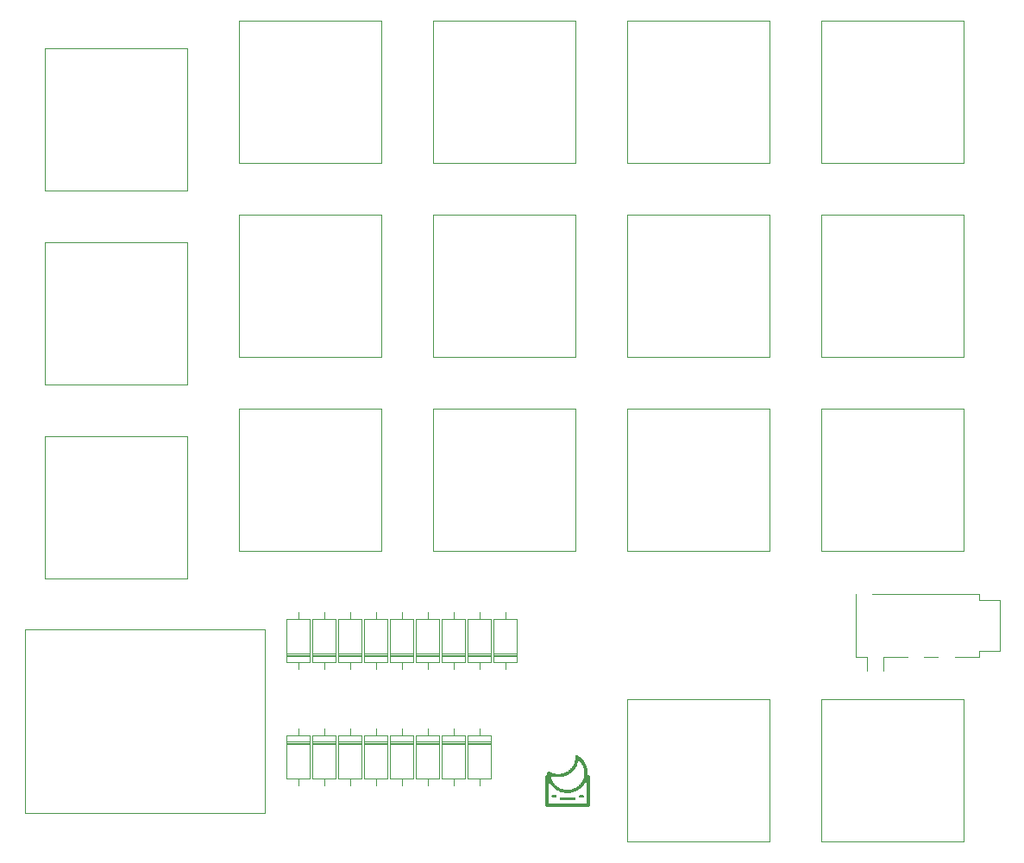
<source format=gbr>
%TF.GenerationSoftware,KiCad,Pcbnew,(6.0.9-0)*%
%TF.CreationDate,2022-12-12T21:53:38+09:00*%
%TF.ProjectId,moonkey,6d6f6f6e-6b65-4792-9e6b-696361645f70,rev?*%
%TF.SameCoordinates,Original*%
%TF.FileFunction,Legend,Top*%
%TF.FilePolarity,Positive*%
%FSLAX46Y46*%
G04 Gerber Fmt 4.6, Leading zero omitted, Abs format (unit mm)*
G04 Created by KiCad (PCBNEW (6.0.9-0)) date 2022-12-12 21:53:38*
%MOMM*%
%LPD*%
G01*
G04 APERTURE LIST*
%ADD10C,0.000000*%
%ADD11C,0.120000*%
G04 APERTURE END LIST*
D10*
G36*
X114468047Y-149980197D02*
G01*
X114476106Y-149980811D01*
X114484047Y-149981821D01*
X114491862Y-149983218D01*
X114499541Y-149984993D01*
X114507072Y-149987133D01*
X114514447Y-149989631D01*
X114521655Y-149992476D01*
X114528687Y-149995657D01*
X114535531Y-149999165D01*
X114542179Y-150002990D01*
X114548621Y-150007121D01*
X114554845Y-150011549D01*
X114560843Y-150016264D01*
X114566604Y-150021256D01*
X114572118Y-150026514D01*
X114577376Y-150032029D01*
X114582366Y-150037790D01*
X114587081Y-150043788D01*
X114591508Y-150050013D01*
X114595638Y-150056454D01*
X114599462Y-150063102D01*
X114602970Y-150069947D01*
X114606150Y-150076978D01*
X114608994Y-150084185D01*
X114611491Y-150091560D01*
X114613631Y-150099090D01*
X114615405Y-150106767D01*
X114616801Y-150114581D01*
X114617812Y-150122521D01*
X114618425Y-150130577D01*
X114618632Y-150138740D01*
X114618425Y-150146906D01*
X114617812Y-150154964D01*
X114616801Y-150162906D01*
X114615405Y-150170721D01*
X114613631Y-150178399D01*
X114611491Y-150185931D01*
X114608994Y-150193306D01*
X114606150Y-150200514D01*
X114602970Y-150207545D01*
X114599462Y-150214390D01*
X114595638Y-150221038D01*
X114591508Y-150227479D01*
X114587081Y-150233704D01*
X114582366Y-150239701D01*
X114577376Y-150245462D01*
X114572118Y-150250977D01*
X114566604Y-150256234D01*
X114560843Y-150261225D01*
X114554845Y-150265939D01*
X114548621Y-150270366D01*
X114542179Y-150274497D01*
X114535531Y-150278321D01*
X114528687Y-150281828D01*
X114521655Y-150285009D01*
X114514447Y-150287852D01*
X114507072Y-150290349D01*
X114499541Y-150292490D01*
X114491862Y-150294263D01*
X114484047Y-150295660D01*
X114476106Y-150296670D01*
X114468047Y-150297283D01*
X114459882Y-150297490D01*
X114301132Y-150297490D01*
X114292969Y-150297283D01*
X114284912Y-150296670D01*
X114276972Y-150295660D01*
X114269159Y-150294263D01*
X114261482Y-150292490D01*
X114253951Y-150290349D01*
X114246577Y-150287852D01*
X114239370Y-150285009D01*
X114232339Y-150281828D01*
X114225494Y-150278321D01*
X114218846Y-150274497D01*
X114212405Y-150270366D01*
X114206180Y-150265939D01*
X114200182Y-150261225D01*
X114194421Y-150256234D01*
X114188906Y-150250977D01*
X114183647Y-150245462D01*
X114178656Y-150239701D01*
X114173941Y-150233704D01*
X114169513Y-150227479D01*
X114165381Y-150221038D01*
X114161557Y-150214390D01*
X114158049Y-150207545D01*
X114154867Y-150200514D01*
X114152023Y-150193306D01*
X114149525Y-150185931D01*
X114147384Y-150178399D01*
X114145610Y-150170721D01*
X114144213Y-150162906D01*
X114143202Y-150154964D01*
X114142589Y-150146906D01*
X114142382Y-150138740D01*
X114142589Y-150130577D01*
X114143202Y-150122521D01*
X114144213Y-150114581D01*
X114145610Y-150106767D01*
X114147384Y-150099090D01*
X114149525Y-150091560D01*
X114152023Y-150084185D01*
X114154867Y-150076978D01*
X114158049Y-150069947D01*
X114161557Y-150063102D01*
X114165381Y-150056454D01*
X114169513Y-150050013D01*
X114173941Y-150043788D01*
X114178656Y-150037790D01*
X114183647Y-150032029D01*
X114188906Y-150026514D01*
X114194421Y-150021256D01*
X114200182Y-150016264D01*
X114206180Y-150011549D01*
X114212405Y-150007121D01*
X114218846Y-150002990D01*
X114225494Y-149999165D01*
X114232339Y-149995657D01*
X114239370Y-149992476D01*
X114246577Y-149989631D01*
X114253951Y-149987133D01*
X114261482Y-149984993D01*
X114269159Y-149983218D01*
X114276972Y-149981821D01*
X114284912Y-149980811D01*
X114292969Y-149980197D01*
X114301132Y-149979990D01*
X114459882Y-149979990D01*
X114468047Y-149980197D01*
G37*
G36*
X117166797Y-149980197D02*
G01*
X117174855Y-149980811D01*
X117182797Y-149981821D01*
X117190612Y-149983218D01*
X117198291Y-149984993D01*
X117205822Y-149987133D01*
X117213197Y-149989631D01*
X117220405Y-149992476D01*
X117227437Y-149995657D01*
X117234281Y-149999165D01*
X117240929Y-150002990D01*
X117247371Y-150007121D01*
X117253595Y-150011549D01*
X117259593Y-150016264D01*
X117265354Y-150021256D01*
X117270868Y-150026514D01*
X117276126Y-150032029D01*
X117281116Y-150037790D01*
X117285831Y-150043788D01*
X117290258Y-150050013D01*
X117294389Y-150056454D01*
X117298212Y-150063102D01*
X117301720Y-150069947D01*
X117304900Y-150076978D01*
X117307744Y-150084185D01*
X117310241Y-150091560D01*
X117312381Y-150099090D01*
X117314155Y-150106767D01*
X117315551Y-150114581D01*
X117316562Y-150122521D01*
X117317175Y-150130577D01*
X117317382Y-150138740D01*
X117317175Y-150146906D01*
X117316562Y-150154964D01*
X117315551Y-150162906D01*
X117314155Y-150170721D01*
X117312381Y-150178399D01*
X117310241Y-150185931D01*
X117307744Y-150193306D01*
X117304900Y-150200514D01*
X117301720Y-150207545D01*
X117298212Y-150214390D01*
X117294389Y-150221038D01*
X117290258Y-150227479D01*
X117285831Y-150233704D01*
X117281116Y-150239701D01*
X117276126Y-150245462D01*
X117270868Y-150250977D01*
X117265354Y-150256234D01*
X117259593Y-150261225D01*
X117253595Y-150265939D01*
X117247371Y-150270366D01*
X117240929Y-150274497D01*
X117234281Y-150278321D01*
X117227437Y-150281828D01*
X117220405Y-150285009D01*
X117213197Y-150287852D01*
X117205822Y-150290349D01*
X117198291Y-150292490D01*
X117190612Y-150294263D01*
X117182797Y-150295660D01*
X117174855Y-150296670D01*
X117166797Y-150297283D01*
X117158632Y-150297490D01*
X116999881Y-150297490D01*
X116991719Y-150297283D01*
X116983662Y-150296670D01*
X116975722Y-150295660D01*
X116967909Y-150294263D01*
X116960232Y-150292490D01*
X116952701Y-150290349D01*
X116945327Y-150287852D01*
X116938119Y-150285009D01*
X116931088Y-150281828D01*
X116924244Y-150278321D01*
X116917596Y-150274497D01*
X116911155Y-150270366D01*
X116904930Y-150265939D01*
X116898932Y-150261225D01*
X116893170Y-150256234D01*
X116887656Y-150250977D01*
X116882397Y-150245462D01*
X116877406Y-150239701D01*
X116872691Y-150233704D01*
X116868263Y-150227479D01*
X116864131Y-150221038D01*
X116860306Y-150214390D01*
X116856798Y-150207545D01*
X116853617Y-150200514D01*
X116850773Y-150193306D01*
X116848275Y-150185931D01*
X116846134Y-150178399D01*
X116844360Y-150170721D01*
X116842963Y-150162906D01*
X116841952Y-150154964D01*
X116841338Y-150146906D01*
X116841132Y-150138740D01*
X116841338Y-150130577D01*
X116841952Y-150122521D01*
X116842963Y-150114581D01*
X116844360Y-150106767D01*
X116846134Y-150099090D01*
X116848275Y-150091560D01*
X116850773Y-150084185D01*
X116853617Y-150076978D01*
X116856798Y-150069947D01*
X116860306Y-150063102D01*
X116864131Y-150056454D01*
X116868263Y-150050013D01*
X116872691Y-150043788D01*
X116877406Y-150037790D01*
X116882397Y-150032029D01*
X116887656Y-150026514D01*
X116893170Y-150021256D01*
X116898932Y-150016264D01*
X116904930Y-150011549D01*
X116911155Y-150007121D01*
X116917596Y-150002990D01*
X116924244Y-149999165D01*
X116931088Y-149995657D01*
X116938119Y-149992476D01*
X116945327Y-149989631D01*
X116952701Y-149987133D01*
X116960232Y-149984993D01*
X116967909Y-149983218D01*
X116975722Y-149981821D01*
X116983662Y-149980811D01*
X116991719Y-149980197D01*
X116999881Y-149979990D01*
X117158632Y-149979990D01*
X117166797Y-149980197D01*
G37*
G36*
X116373047Y-150244781D02*
G01*
X116381105Y-150245394D01*
X116389047Y-150246405D01*
X116396862Y-150247802D01*
X116404541Y-150249576D01*
X116412072Y-150251717D01*
X116419447Y-150254215D01*
X116426655Y-150257059D01*
X116433687Y-150260240D01*
X116440531Y-150263748D01*
X116447179Y-150267573D01*
X116453620Y-150271705D01*
X116459845Y-150276133D01*
X116465843Y-150280848D01*
X116471604Y-150285839D01*
X116477118Y-150291097D01*
X116482375Y-150296612D01*
X116487366Y-150302374D01*
X116492080Y-150308372D01*
X116496508Y-150314596D01*
X116500638Y-150321038D01*
X116504462Y-150327686D01*
X116507969Y-150334530D01*
X116511150Y-150341561D01*
X116513994Y-150348769D01*
X116516491Y-150356143D01*
X116518631Y-150363673D01*
X116520404Y-150371350D01*
X116521801Y-150379164D01*
X116522811Y-150387104D01*
X116523425Y-150395161D01*
X116523632Y-150403324D01*
X116523425Y-150411489D01*
X116522811Y-150419548D01*
X116521801Y-150427489D01*
X116520404Y-150435304D01*
X116518631Y-150442983D01*
X116516491Y-150450514D01*
X116513994Y-150457889D01*
X116511150Y-150465097D01*
X116507969Y-150472129D01*
X116504462Y-150478974D01*
X116500638Y-150485621D01*
X116496508Y-150492063D01*
X116492080Y-150498287D01*
X116487366Y-150504285D01*
X116482375Y-150510046D01*
X116477118Y-150515560D01*
X116471604Y-150520818D01*
X116465843Y-150525808D01*
X116459845Y-150530523D01*
X116453620Y-150534950D01*
X116447179Y-150539081D01*
X116440531Y-150542904D01*
X116433687Y-150546412D01*
X116426655Y-150549592D01*
X116419447Y-150552436D01*
X116412072Y-150554933D01*
X116404541Y-150557073D01*
X116396862Y-150558847D01*
X116389047Y-150560244D01*
X116381105Y-150561254D01*
X116373047Y-150561867D01*
X116364882Y-150562074D01*
X115094882Y-150562074D01*
X115086719Y-150561867D01*
X115078662Y-150561254D01*
X115070722Y-150560244D01*
X115062909Y-150558847D01*
X115055232Y-150557073D01*
X115047701Y-150554933D01*
X115040327Y-150552436D01*
X115033120Y-150549592D01*
X115026089Y-150546412D01*
X115019244Y-150542904D01*
X115012596Y-150539081D01*
X115006155Y-150534950D01*
X114999930Y-150530523D01*
X114993932Y-150525808D01*
X114988170Y-150520818D01*
X114982656Y-150515560D01*
X114977397Y-150510046D01*
X114972406Y-150504285D01*
X114967691Y-150498287D01*
X114963263Y-150492063D01*
X114959131Y-150485621D01*
X114955306Y-150478974D01*
X114951798Y-150472129D01*
X114948617Y-150465097D01*
X114945773Y-150457889D01*
X114943275Y-150450514D01*
X114941134Y-150442983D01*
X114939360Y-150435304D01*
X114937963Y-150427489D01*
X114936952Y-150419548D01*
X114936338Y-150411489D01*
X114936132Y-150403324D01*
X114936338Y-150395161D01*
X114936952Y-150387104D01*
X114937963Y-150379164D01*
X114939360Y-150371350D01*
X114941134Y-150363673D01*
X114943275Y-150356143D01*
X114945773Y-150348769D01*
X114948617Y-150341561D01*
X114951798Y-150334530D01*
X114955306Y-150327686D01*
X114959131Y-150321038D01*
X114963263Y-150314596D01*
X114967691Y-150308372D01*
X114972406Y-150302374D01*
X114977397Y-150296612D01*
X114982656Y-150291097D01*
X114988170Y-150285839D01*
X114993932Y-150280848D01*
X114999930Y-150276133D01*
X115006155Y-150271705D01*
X115012596Y-150267573D01*
X115019244Y-150263748D01*
X115026089Y-150260240D01*
X115033120Y-150257059D01*
X115040327Y-150254215D01*
X115047701Y-150251717D01*
X115055232Y-150249576D01*
X115062909Y-150247802D01*
X115070722Y-150246405D01*
X115078662Y-150245394D01*
X115086719Y-150244781D01*
X115094882Y-150244574D01*
X116364882Y-150244574D01*
X116373047Y-150244781D01*
G37*
G36*
X113498067Y-148361890D02*
G01*
X113498925Y-148347971D01*
X113500343Y-148334210D01*
X113502307Y-148320618D01*
X113507833Y-148293984D01*
X113515412Y-148268160D01*
X113524954Y-148243238D01*
X113536368Y-148219306D01*
X113549565Y-148196456D01*
X113564453Y-148174778D01*
X113580943Y-148154363D01*
X113598943Y-148135301D01*
X113610737Y-148124600D01*
X114064066Y-148124600D01*
X114070001Y-148156704D01*
X114076551Y-148188616D01*
X114083711Y-148220330D01*
X114091476Y-148251838D01*
X114099842Y-148283133D01*
X114108803Y-148314207D01*
X114118355Y-148345053D01*
X114128492Y-148375663D01*
X114164402Y-148471084D01*
X114205932Y-148563831D01*
X114252898Y-148653667D01*
X114305117Y-148740358D01*
X114362406Y-148823667D01*
X114424582Y-148903358D01*
X114491462Y-148979194D01*
X114562862Y-149050939D01*
X114638599Y-149118359D01*
X114718491Y-149181215D01*
X114802354Y-149239273D01*
X114890004Y-149292296D01*
X114981260Y-149340048D01*
X115075938Y-149382292D01*
X115173854Y-149418794D01*
X115274826Y-149449316D01*
X115354381Y-149468546D01*
X115434026Y-149483694D01*
X115513643Y-149494829D01*
X115593116Y-149502018D01*
X115672327Y-149505328D01*
X115751159Y-149504828D01*
X115829496Y-149500585D01*
X115907220Y-149492667D01*
X115984214Y-149481140D01*
X116060361Y-149466073D01*
X116135544Y-149447534D01*
X116209646Y-149425589D01*
X116282550Y-149400306D01*
X116354139Y-149371753D01*
X116424296Y-149339998D01*
X116492904Y-149305108D01*
X116559846Y-149267151D01*
X116625004Y-149226194D01*
X116688262Y-149182304D01*
X116749503Y-149135550D01*
X116808610Y-149085999D01*
X116865465Y-149033719D01*
X116919952Y-148978777D01*
X116971953Y-148921240D01*
X117021352Y-148861177D01*
X117068031Y-148798655D01*
X117111873Y-148733741D01*
X117152762Y-148666503D01*
X117190581Y-148597009D01*
X117225211Y-148525326D01*
X117256537Y-148451521D01*
X117284441Y-148375663D01*
X117293028Y-148349737D01*
X117301206Y-148323593D01*
X117308972Y-148297231D01*
X117316324Y-148270650D01*
X117323783Y-148241792D01*
X117330704Y-148212889D01*
X117337089Y-148183949D01*
X117342941Y-148154978D01*
X117348262Y-148125983D01*
X117353055Y-148096971D01*
X117357321Y-148067951D01*
X117361064Y-148038928D01*
X117370280Y-147934089D01*
X117372824Y-147829546D01*
X117368816Y-147725589D01*
X117358373Y-147622508D01*
X117341616Y-147520594D01*
X117318663Y-147420139D01*
X117289632Y-147321432D01*
X117254643Y-147224765D01*
X117213814Y-147130429D01*
X117167264Y-147038713D01*
X117115113Y-146949910D01*
X117057478Y-146864309D01*
X116994479Y-146782202D01*
X116926234Y-146703879D01*
X116852863Y-146629631D01*
X116774484Y-146559748D01*
X116770030Y-146590226D01*
X116765103Y-146620636D01*
X116759704Y-146650971D01*
X116753833Y-146681225D01*
X116747490Y-146711393D01*
X116740677Y-146741468D01*
X116733394Y-146771443D01*
X116725641Y-146801313D01*
X116695317Y-146903400D01*
X116659908Y-147002681D01*
X116619597Y-147099050D01*
X116574568Y-147192401D01*
X116525002Y-147282630D01*
X116471083Y-147369631D01*
X116412992Y-147453299D01*
X116350912Y-147533528D01*
X116285026Y-147610213D01*
X116215516Y-147683248D01*
X116142565Y-147752529D01*
X116066355Y-147817951D01*
X115987070Y-147879406D01*
X115904890Y-147936791D01*
X115820000Y-147990000D01*
X115732582Y-148038928D01*
X115651542Y-148079375D01*
X115568722Y-148116160D01*
X115484255Y-148149206D01*
X115398277Y-148178433D01*
X115310923Y-148203765D01*
X115222327Y-148225124D01*
X115132624Y-148242432D01*
X115041949Y-148255612D01*
X114950436Y-148264584D01*
X114858221Y-148269273D01*
X114765438Y-148269599D01*
X114672221Y-148265485D01*
X114578707Y-148256854D01*
X114485028Y-148243627D01*
X114391321Y-148225727D01*
X114297719Y-148203075D01*
X114267966Y-148194858D01*
X114238359Y-148186181D01*
X114208903Y-148177048D01*
X114179603Y-148167459D01*
X114150464Y-148157418D01*
X114121492Y-148146926D01*
X114092691Y-148135986D01*
X114064066Y-148124600D01*
X113610737Y-148124600D01*
X113618363Y-148117682D01*
X113639113Y-148101597D01*
X113661103Y-148087137D01*
X113684241Y-148074391D01*
X113708437Y-148063451D01*
X113733602Y-148054406D01*
X113731100Y-148030140D01*
X113728895Y-148005802D01*
X113726989Y-147981395D01*
X113725382Y-147956920D01*
X113724077Y-147932382D01*
X113723075Y-147907781D01*
X113722377Y-147883120D01*
X113721986Y-147858403D01*
X113722241Y-147847711D01*
X113723205Y-147837146D01*
X113724859Y-147826737D01*
X113727187Y-147816515D01*
X113730171Y-147806509D01*
X113733796Y-147796750D01*
X113738042Y-147787268D01*
X113742895Y-147778092D01*
X113748336Y-147769252D01*
X113754348Y-147760779D01*
X113760915Y-147752702D01*
X113768019Y-147745052D01*
X113775643Y-147737857D01*
X113783771Y-147731149D01*
X113792385Y-147724957D01*
X113801467Y-147719311D01*
X113810909Y-147714288D01*
X113820588Y-147709944D01*
X113830469Y-147706278D01*
X113840518Y-147703291D01*
X113850702Y-147700982D01*
X113860984Y-147699352D01*
X113871331Y-147698399D01*
X113881708Y-147698125D01*
X113892081Y-147698528D01*
X113902415Y-147699609D01*
X113912676Y-147701368D01*
X113922829Y-147703803D01*
X113932839Y-147706916D01*
X113942673Y-147710706D01*
X113952296Y-147715173D01*
X113961672Y-147720317D01*
X114011156Y-147748519D01*
X114061529Y-147774990D01*
X114112746Y-147799712D01*
X114164759Y-147822664D01*
X114217525Y-147843828D01*
X114270996Y-147863184D01*
X114325127Y-147880714D01*
X114379872Y-147896397D01*
X114462671Y-147916321D01*
X114545561Y-147931822D01*
X114628411Y-147942978D01*
X114711088Y-147949863D01*
X114793461Y-147952555D01*
X114875395Y-147951130D01*
X114956761Y-147945665D01*
X115037424Y-147936235D01*
X115117254Y-147922917D01*
X115196117Y-147905788D01*
X115273882Y-147884923D01*
X115350416Y-147860399D01*
X115425586Y-147832293D01*
X115499262Y-147800680D01*
X115571309Y-147765638D01*
X115641597Y-147727242D01*
X115709993Y-147685569D01*
X115776364Y-147640695D01*
X115840579Y-147592697D01*
X115902505Y-147541651D01*
X115962009Y-147487632D01*
X116018960Y-147430719D01*
X116073226Y-147370986D01*
X116124674Y-147308511D01*
X116173171Y-147243369D01*
X116218586Y-147175638D01*
X116260786Y-147105392D01*
X116299639Y-147032710D01*
X116335013Y-146957666D01*
X116366775Y-146880338D01*
X116394794Y-146800802D01*
X116418937Y-146719133D01*
X116432738Y-146663876D01*
X116444631Y-146608228D01*
X116454609Y-146552240D01*
X116462665Y-146495961D01*
X116468795Y-146439440D01*
X116472991Y-146382726D01*
X116475247Y-146325869D01*
X116475558Y-146268919D01*
X116475794Y-146258226D01*
X116476738Y-146247659D01*
X116478374Y-146237247D01*
X116480684Y-146227021D01*
X116483651Y-146217010D01*
X116487259Y-146207244D01*
X116491490Y-146197753D01*
X116496327Y-146188568D01*
X116501754Y-146179718D01*
X116507752Y-146171233D01*
X116514305Y-146163143D01*
X116521397Y-146155478D01*
X116529009Y-146148268D01*
X116537125Y-146141543D01*
X116545728Y-146135333D01*
X116554800Y-146129668D01*
X116564233Y-146124626D01*
X116573903Y-146120262D01*
X116583776Y-146116578D01*
X116593819Y-146113573D01*
X116603996Y-146111246D01*
X116614273Y-146109598D01*
X116624617Y-146108628D01*
X116634992Y-146108336D01*
X116645364Y-146108722D01*
X116655700Y-146109786D01*
X116665963Y-146111527D01*
X116676121Y-146113945D01*
X116686139Y-146117039D01*
X116695981Y-146120811D01*
X116705615Y-146125259D01*
X116715006Y-146130383D01*
X116777249Y-146168688D01*
X116837685Y-146209024D01*
X116896288Y-146251326D01*
X116953032Y-146295529D01*
X117007890Y-146341569D01*
X117060835Y-146389382D01*
X117111843Y-146438902D01*
X117160885Y-146490066D01*
X117207937Y-146542808D01*
X117252970Y-146597065D01*
X117295961Y-146652773D01*
X117336881Y-146709865D01*
X117375704Y-146768279D01*
X117412405Y-146827950D01*
X117446957Y-146888812D01*
X117479333Y-146950803D01*
X117509508Y-147013856D01*
X117537455Y-147077908D01*
X117563147Y-147142895D01*
X117586558Y-147208751D01*
X117607663Y-147275412D01*
X117626434Y-147342815D01*
X117642846Y-147410893D01*
X117656871Y-147479584D01*
X117668484Y-147548822D01*
X117677659Y-147618543D01*
X117684368Y-147688682D01*
X117688586Y-147759176D01*
X117690287Y-147829959D01*
X117689443Y-147900967D01*
X117686030Y-147972135D01*
X117680019Y-148043400D01*
X117694893Y-148046193D01*
X117709531Y-148049631D01*
X117723916Y-148053698D01*
X117738034Y-148058379D01*
X117751869Y-148063659D01*
X117765406Y-148069521D01*
X117778629Y-148075952D01*
X117791523Y-148082934D01*
X117804072Y-148090453D01*
X117816261Y-148098493D01*
X117828074Y-148107039D01*
X117839496Y-148116075D01*
X117850511Y-148125586D01*
X117861105Y-148135556D01*
X117871261Y-148145970D01*
X117880964Y-148156813D01*
X117890199Y-148168069D01*
X117898950Y-148179722D01*
X117907202Y-148191757D01*
X117914939Y-148204159D01*
X117922146Y-148216912D01*
X117928808Y-148230001D01*
X117934908Y-148243410D01*
X117940432Y-148257124D01*
X117945364Y-148271127D01*
X117949688Y-148285405D01*
X117953389Y-148299940D01*
X117956453Y-148314719D01*
X117958862Y-148329725D01*
X117960602Y-148344943D01*
X117961657Y-148360358D01*
X117962013Y-148375954D01*
X117962013Y-150896110D01*
X117961574Y-150913444D01*
X117960271Y-150930552D01*
X117958126Y-150947412D01*
X117955160Y-150964003D01*
X117951394Y-150980305D01*
X117946849Y-150996295D01*
X117941547Y-151011952D01*
X117935508Y-151027255D01*
X117928755Y-151042184D01*
X117921308Y-151056716D01*
X117913188Y-151070831D01*
X117904417Y-151084507D01*
X117895017Y-151097723D01*
X117885007Y-151110457D01*
X117874410Y-151122689D01*
X117863247Y-151134397D01*
X117851539Y-151145561D01*
X117839307Y-151156158D01*
X117826572Y-151166167D01*
X117813356Y-151175568D01*
X117799680Y-151184339D01*
X117785566Y-151192458D01*
X117771033Y-151199906D01*
X117756105Y-151206659D01*
X117740801Y-151212697D01*
X117725144Y-151218000D01*
X117709154Y-151222545D01*
X117692853Y-151226311D01*
X117676262Y-151229277D01*
X117659401Y-151231422D01*
X117642294Y-151232724D01*
X117624960Y-151233163D01*
X113834804Y-151233163D01*
X113817472Y-151232724D01*
X113800367Y-151231422D01*
X113783509Y-151229277D01*
X113766919Y-151226311D01*
X113750620Y-151222545D01*
X113734632Y-151218000D01*
X113718976Y-151212697D01*
X113703674Y-151206659D01*
X113688747Y-151199906D01*
X113674216Y-151192458D01*
X113660103Y-151184339D01*
X113646428Y-151175568D01*
X113633213Y-151166167D01*
X113620479Y-151156158D01*
X113608248Y-151145561D01*
X113596540Y-151134397D01*
X113585378Y-151122689D01*
X113574781Y-151110457D01*
X113564772Y-151097723D01*
X113555372Y-151084507D01*
X113546601Y-151070831D01*
X113538482Y-151056716D01*
X113531035Y-151042184D01*
X113524282Y-151027255D01*
X113518244Y-151011952D01*
X113512941Y-150996295D01*
X113508397Y-150980305D01*
X113504631Y-150964003D01*
X113501664Y-150947412D01*
X113499519Y-150930552D01*
X113498217Y-150913444D01*
X113497778Y-150896125D01*
X113834513Y-150896125D01*
X113834514Y-150896140D01*
X113834516Y-150896155D01*
X113834519Y-150896169D01*
X113834522Y-150896184D01*
X113834526Y-150896198D01*
X113834531Y-150896213D01*
X113834536Y-150896227D01*
X113834542Y-150896241D01*
X113834548Y-150896254D01*
X113834556Y-150896268D01*
X113834563Y-150896281D01*
X113834571Y-150896293D01*
X113834589Y-150896317D01*
X113834599Y-150896329D01*
X113834609Y-150896340D01*
X113834631Y-150896360D01*
X113834642Y-150896369D01*
X113834654Y-150896378D01*
X113834666Y-150896386D01*
X113834679Y-150896394D01*
X113834691Y-150896401D01*
X113834705Y-150896407D01*
X113834718Y-150896412D01*
X113834732Y-150896417D01*
X113834746Y-150896421D01*
X113834760Y-150896424D01*
X113834774Y-150896426D01*
X113834789Y-150896428D01*
X117624977Y-150896428D01*
X117624994Y-150896426D01*
X117625010Y-150896424D01*
X117625027Y-150896421D01*
X117625042Y-150896417D01*
X117625058Y-150896412D01*
X117625073Y-150896407D01*
X117625088Y-150896401D01*
X117625102Y-150896394D01*
X117625116Y-150896386D01*
X117625129Y-150896378D01*
X117625142Y-150896369D01*
X117625154Y-150896360D01*
X117625178Y-150896340D01*
X117625188Y-150896329D01*
X117625199Y-150896317D01*
X117625208Y-150896305D01*
X117625218Y-150896293D01*
X117625226Y-150896281D01*
X117625234Y-150896268D01*
X117625241Y-150896254D01*
X117625248Y-150896241D01*
X117625260Y-150896213D01*
X117625264Y-150896198D01*
X117625268Y-150896184D01*
X117625272Y-150896169D01*
X117625274Y-150896155D01*
X117625276Y-150896140D01*
X117625278Y-150896110D01*
X117625278Y-148375954D01*
X117625277Y-148375939D01*
X117625276Y-148375925D01*
X117625274Y-148375910D01*
X117625272Y-148375896D01*
X117625264Y-148375868D01*
X117625260Y-148375855D01*
X117625248Y-148375829D01*
X117625241Y-148375816D01*
X117625234Y-148375804D01*
X117625226Y-148375792D01*
X117625218Y-148375781D01*
X117625208Y-148375770D01*
X117625199Y-148375759D01*
X117625188Y-148375749D01*
X117625178Y-148375739D01*
X117625166Y-148375730D01*
X117625154Y-148375722D01*
X117625142Y-148375713D01*
X117625116Y-148375699D01*
X117625102Y-148375692D01*
X117625088Y-148375686D01*
X117625058Y-148375676D01*
X117625042Y-148375673D01*
X117625027Y-148375669D01*
X117625010Y-148375667D01*
X117624994Y-148375665D01*
X117624960Y-148375663D01*
X117616758Y-148375663D01*
X117587125Y-148471725D01*
X117552975Y-148565262D01*
X117514461Y-148656187D01*
X117471738Y-148744409D01*
X117424960Y-148829840D01*
X117374281Y-148912390D01*
X117319855Y-148991971D01*
X117261837Y-149068494D01*
X117200381Y-149141870D01*
X117135641Y-149212008D01*
X117067771Y-149278822D01*
X116996926Y-149342221D01*
X116923259Y-149402116D01*
X116846926Y-149458418D01*
X116768079Y-149511039D01*
X116686874Y-149559889D01*
X116603465Y-149604879D01*
X116518005Y-149645920D01*
X116430650Y-149682923D01*
X116341552Y-149715799D01*
X116250868Y-149744459D01*
X116158750Y-149768814D01*
X116065353Y-149788775D01*
X115970831Y-149804253D01*
X115875339Y-149815159D01*
X115779031Y-149821403D01*
X115682060Y-149822897D01*
X115584581Y-149819551D01*
X115486749Y-149811277D01*
X115388718Y-149797986D01*
X115290641Y-149779588D01*
X115192673Y-149755994D01*
X115073679Y-149720070D01*
X114958248Y-149677170D01*
X114846590Y-149627566D01*
X114738916Y-149571532D01*
X114635439Y-149509339D01*
X114536368Y-149441260D01*
X114441916Y-149367568D01*
X114352293Y-149288535D01*
X114267711Y-149204434D01*
X114188381Y-149115537D01*
X114114513Y-149022118D01*
X114046320Y-148924447D01*
X113984012Y-148822799D01*
X113927801Y-148717445D01*
X113877898Y-148608658D01*
X113834513Y-148496710D01*
X113834513Y-150896125D01*
X113497778Y-150896125D01*
X113497778Y-150896110D01*
X113497778Y-148375954D01*
X113498067Y-148361890D01*
G37*
D11*
%TO.C,D16*%
X101981000Y-149074000D02*
X101981000Y-148424000D01*
X103101000Y-144184000D02*
X100861000Y-144184000D01*
X100861000Y-144184000D02*
X100861000Y-148424000D01*
X103101000Y-144904000D02*
X100861000Y-144904000D01*
X101981000Y-143534000D02*
X101981000Y-144184000D01*
X103101000Y-148424000D02*
X103101000Y-144184000D01*
X103101000Y-144784000D02*
X100861000Y-144784000D01*
X100861000Y-148424000D02*
X103101000Y-148424000D01*
X103101000Y-145024000D02*
X100861000Y-145024000D01*
%TO.C,D2*%
X90701000Y-132754000D02*
X90701000Y-136994000D01*
X90701000Y-136394000D02*
X92941000Y-136394000D01*
X92941000Y-136994000D02*
X92941000Y-132754000D01*
X90701000Y-136274000D02*
X92941000Y-136274000D01*
X90701000Y-136994000D02*
X92941000Y-136994000D01*
X91821000Y-137644000D02*
X91821000Y-136994000D01*
X91821000Y-132104000D02*
X91821000Y-132754000D01*
X90701000Y-136154000D02*
X92941000Y-136154000D01*
X92941000Y-132754000D02*
X90701000Y-132754000D01*
%TO.C,D15*%
X98321000Y-148424000D02*
X100561000Y-148424000D01*
X99441000Y-149074000D02*
X99441000Y-148424000D01*
X100561000Y-145024000D02*
X98321000Y-145024000D01*
X99441000Y-143534000D02*
X99441000Y-144184000D01*
X100561000Y-144784000D02*
X98321000Y-144784000D01*
X98321000Y-144184000D02*
X98321000Y-148424000D01*
X100561000Y-148424000D02*
X100561000Y-144184000D01*
X100561000Y-144904000D02*
X98321000Y-144904000D01*
X100561000Y-144184000D02*
X98321000Y-144184000D01*
%TO.C,SW15*%
X140652500Y-106997500D02*
X140652500Y-93027500D01*
X154622500Y-106997500D02*
X140652500Y-106997500D01*
X140652500Y-93027500D02*
X154622500Y-93027500D01*
X154622500Y-93027500D02*
X154622500Y-106997500D01*
%TO.C,D7*%
X103401000Y-136394000D02*
X105641000Y-136394000D01*
X105641000Y-132754000D02*
X103401000Y-132754000D01*
X104521000Y-137644000D02*
X104521000Y-136994000D01*
X103401000Y-136994000D02*
X105641000Y-136994000D01*
X104521000Y-132104000D02*
X104521000Y-132754000D01*
X103401000Y-136154000D02*
X105641000Y-136154000D01*
X105641000Y-136994000D02*
X105641000Y-132754000D01*
X103401000Y-132754000D02*
X103401000Y-136994000D01*
X103401000Y-136274000D02*
X105641000Y-136274000D01*
%TO.C,SW12*%
X135572500Y-126047500D02*
X121602500Y-126047500D01*
X135572500Y-112077500D02*
X135572500Y-126047500D01*
X121602500Y-112077500D02*
X135572500Y-112077500D01*
X121602500Y-126047500D02*
X121602500Y-112077500D01*
%TO.C,RZ1*%
X62468750Y-133780000D02*
X62468750Y-151780000D01*
X85968750Y-133780000D02*
X62468750Y-133780000D01*
X85968750Y-151780000D02*
X85968750Y-133780000D01*
X62468750Y-151780000D02*
X85968750Y-151780000D01*
%TO.C,SW4*%
X83502500Y-73977500D02*
X97472500Y-73977500D01*
X97472500Y-73977500D02*
X97472500Y-87947500D01*
X97472500Y-87947500D02*
X83502500Y-87947500D01*
X83502500Y-87947500D02*
X83502500Y-73977500D01*
%TO.C,SW13*%
X135572500Y-140652500D02*
X135572500Y-154622500D01*
X121602500Y-140652500D02*
X135572500Y-140652500D01*
X121602500Y-154622500D02*
X121602500Y-140652500D01*
X135572500Y-154622500D02*
X121602500Y-154622500D01*
%TO.C,D12*%
X95481000Y-148424000D02*
X95481000Y-144184000D01*
X94361000Y-143534000D02*
X94361000Y-144184000D01*
X95481000Y-144184000D02*
X93241000Y-144184000D01*
X93241000Y-148424000D02*
X95481000Y-148424000D01*
X93241000Y-144184000D02*
X93241000Y-148424000D01*
X95481000Y-144784000D02*
X93241000Y-144784000D01*
X94361000Y-149074000D02*
X94361000Y-148424000D01*
X95481000Y-144904000D02*
X93241000Y-144904000D01*
X95481000Y-145024000D02*
X93241000Y-145024000D01*
%TO.C,D5*%
X98321000Y-136154000D02*
X100561000Y-136154000D01*
X100561000Y-136994000D02*
X100561000Y-132754000D01*
X98321000Y-132754000D02*
X98321000Y-136994000D01*
X98321000Y-136274000D02*
X100561000Y-136274000D01*
X100561000Y-132754000D02*
X98321000Y-132754000D01*
X99441000Y-132104000D02*
X99441000Y-132754000D01*
X98321000Y-136394000D02*
X100561000Y-136394000D01*
X99441000Y-137644000D02*
X99441000Y-136994000D01*
X98321000Y-136994000D02*
X100561000Y-136994000D01*
%TO.C,D3*%
X88161000Y-136154000D02*
X90401000Y-136154000D01*
X88161000Y-136994000D02*
X90401000Y-136994000D01*
X88161000Y-136394000D02*
X90401000Y-136394000D01*
X88161000Y-136274000D02*
X90401000Y-136274000D01*
X89281000Y-137644000D02*
X89281000Y-136994000D01*
X90401000Y-132754000D02*
X88161000Y-132754000D01*
X88161000Y-132754000D02*
X88161000Y-136994000D01*
X90401000Y-136994000D02*
X90401000Y-132754000D01*
X89281000Y-132104000D02*
X89281000Y-132754000D01*
%TO.C,SW11*%
X121602500Y-106997500D02*
X121602500Y-93027500D01*
X135572500Y-93027500D02*
X135572500Y-106997500D01*
X135572500Y-106997500D02*
X121602500Y-106997500D01*
X121602500Y-93027500D02*
X135572500Y-93027500D01*
%TO.C,SW9*%
X116522500Y-126047500D02*
X102552500Y-126047500D01*
X102552500Y-126047500D02*
X102552500Y-112077500D01*
X116522500Y-112077500D02*
X116522500Y-126047500D01*
X102552500Y-112077500D02*
X116522500Y-112077500D01*
%TO.C,D8*%
X107061000Y-137644000D02*
X107061000Y-136994000D01*
X105941000Y-136394000D02*
X108181000Y-136394000D01*
X108181000Y-136994000D02*
X108181000Y-132754000D01*
X108181000Y-132754000D02*
X105941000Y-132754000D01*
X107061000Y-132104000D02*
X107061000Y-132754000D01*
X105941000Y-136274000D02*
X108181000Y-136274000D01*
X105941000Y-136154000D02*
X108181000Y-136154000D01*
X105941000Y-132754000D02*
X105941000Y-136994000D01*
X105941000Y-136994000D02*
X108181000Y-136994000D01*
%TO.C,D9*%
X108481000Y-136274000D02*
X110721000Y-136274000D01*
X108481000Y-136394000D02*
X110721000Y-136394000D01*
X110721000Y-136994000D02*
X110721000Y-132754000D01*
X109601000Y-137644000D02*
X109601000Y-136994000D01*
X108481000Y-132754000D02*
X108481000Y-136994000D01*
X108481000Y-136994000D02*
X110721000Y-136994000D01*
X110721000Y-132754000D02*
X108481000Y-132754000D01*
X109601000Y-132104000D02*
X109601000Y-132754000D01*
X108481000Y-136154000D02*
X110721000Y-136154000D01*
%TO.C,SW7*%
X102552500Y-73977500D02*
X116522500Y-73977500D01*
X116522500Y-87947500D02*
X102552500Y-87947500D01*
X102552500Y-87947500D02*
X102552500Y-73977500D01*
X116522500Y-73977500D02*
X116522500Y-87947500D01*
%TO.C,D1*%
X93241000Y-136994000D02*
X95481000Y-136994000D01*
X95481000Y-136994000D02*
X95481000Y-132754000D01*
X93241000Y-136394000D02*
X95481000Y-136394000D01*
X93241000Y-136154000D02*
X95481000Y-136154000D01*
X94361000Y-137644000D02*
X94361000Y-136994000D01*
X93241000Y-132754000D02*
X93241000Y-136994000D01*
X95481000Y-132754000D02*
X93241000Y-132754000D01*
X94361000Y-132104000D02*
X94361000Y-132754000D01*
X93241000Y-136274000D02*
X95481000Y-136274000D01*
%TO.C,SW5*%
X83502500Y-106997500D02*
X83502500Y-93027500D01*
X83502500Y-93027500D02*
X97472500Y-93027500D01*
X97472500Y-106997500D02*
X83502500Y-106997500D01*
X97472500Y-93027500D02*
X97472500Y-106997500D01*
%TO.C,SW3*%
X64452500Y-128746250D02*
X64452500Y-114776250D01*
X78422500Y-128746250D02*
X64452500Y-128746250D01*
X64452500Y-114776250D02*
X78422500Y-114776250D01*
X78422500Y-114776250D02*
X78422500Y-128746250D01*
%TO.C,D17*%
X104521000Y-143534000D02*
X104521000Y-144184000D01*
X105641000Y-148424000D02*
X105641000Y-144184000D01*
X105641000Y-144904000D02*
X103401000Y-144904000D01*
X103401000Y-144184000D02*
X103401000Y-148424000D01*
X105641000Y-145024000D02*
X103401000Y-145024000D01*
X104521000Y-149074000D02*
X104521000Y-148424000D01*
X105641000Y-144784000D02*
X103401000Y-144784000D01*
X103401000Y-148424000D02*
X105641000Y-148424000D01*
X105641000Y-144184000D02*
X103401000Y-144184000D01*
%TO.C,D4*%
X100861000Y-136274000D02*
X103101000Y-136274000D01*
X101981000Y-137644000D02*
X101981000Y-136994000D01*
X101981000Y-132104000D02*
X101981000Y-132754000D01*
X100861000Y-136394000D02*
X103101000Y-136394000D01*
X103101000Y-136994000D02*
X103101000Y-132754000D01*
X100861000Y-136154000D02*
X103101000Y-136154000D01*
X103101000Y-132754000D02*
X100861000Y-132754000D01*
X100861000Y-132754000D02*
X100861000Y-136994000D01*
X100861000Y-136994000D02*
X103101000Y-136994000D01*
%TO.C,SW6*%
X97472500Y-126047500D02*
X83502500Y-126047500D01*
X83502500Y-126047500D02*
X83502500Y-112077500D01*
X97472500Y-112077500D02*
X97472500Y-126047500D01*
X83502500Y-112077500D02*
X97472500Y-112077500D01*
%TO.C,D6*%
X96901000Y-137644000D02*
X96901000Y-136994000D01*
X98021000Y-136994000D02*
X98021000Y-132754000D01*
X95781000Y-136154000D02*
X98021000Y-136154000D01*
X95781000Y-136274000D02*
X98021000Y-136274000D01*
X95781000Y-132754000D02*
X95781000Y-136994000D01*
X95781000Y-136394000D02*
X98021000Y-136394000D01*
X95781000Y-136994000D02*
X98021000Y-136994000D01*
X98021000Y-132754000D02*
X95781000Y-132754000D01*
X96901000Y-132104000D02*
X96901000Y-132754000D01*
%TO.C,SW8*%
X102552500Y-106997500D02*
X102552500Y-93027500D01*
X102552500Y-93027500D02*
X116522500Y-93027500D01*
X116522500Y-106997500D02*
X102552500Y-106997500D01*
X116522500Y-93027500D02*
X116522500Y-106997500D01*
%TO.C,SW10*%
X135572500Y-73977500D02*
X135572500Y-87947500D01*
X121602500Y-73977500D02*
X135572500Y-73977500D01*
X121602500Y-87947500D02*
X121602500Y-73977500D01*
X135572500Y-87947500D02*
X121602500Y-87947500D01*
%TO.C,SW14*%
X154622500Y-73977500D02*
X154622500Y-87947500D01*
X140652500Y-73977500D02*
X154622500Y-73977500D01*
X154622500Y-87947500D02*
X140652500Y-87947500D01*
X140652500Y-87947500D02*
X140652500Y-73977500D01*
%TO.C,SW2*%
X64452500Y-95726250D02*
X78422500Y-95726250D01*
X78422500Y-95726250D02*
X78422500Y-109696250D01*
X64452500Y-109696250D02*
X64452500Y-95726250D01*
X78422500Y-109696250D02*
X64452500Y-109696250D01*
%TO.C,D14*%
X98021000Y-144784000D02*
X95781000Y-144784000D01*
X96901000Y-149074000D02*
X96901000Y-148424000D01*
X95781000Y-144184000D02*
X95781000Y-148424000D01*
X96901000Y-143534000D02*
X96901000Y-144184000D01*
X98021000Y-145024000D02*
X95781000Y-145024000D01*
X98021000Y-148424000D02*
X98021000Y-144184000D01*
X98021000Y-144184000D02*
X95781000Y-144184000D01*
X98021000Y-144904000D02*
X95781000Y-144904000D01*
X95781000Y-148424000D02*
X98021000Y-148424000D01*
%TO.C,SW1*%
X64452500Y-90646250D02*
X64452500Y-76676250D01*
X78422500Y-76676250D02*
X78422500Y-90646250D01*
X64452500Y-76676250D02*
X78422500Y-76676250D01*
X78422500Y-90646250D02*
X64452500Y-90646250D01*
%TO.C,D10*%
X90401000Y-144184000D02*
X88161000Y-144184000D01*
X89281000Y-143534000D02*
X89281000Y-144184000D01*
X88161000Y-148424000D02*
X90401000Y-148424000D01*
X90401000Y-144904000D02*
X88161000Y-144904000D01*
X90401000Y-148424000D02*
X90401000Y-144184000D01*
X90401000Y-145024000D02*
X88161000Y-145024000D01*
X89281000Y-149074000D02*
X89281000Y-148424000D01*
X90401000Y-144784000D02*
X88161000Y-144784000D01*
X88161000Y-144184000D02*
X88161000Y-148424000D01*
%TO.C,D11*%
X92941000Y-144904000D02*
X90701000Y-144904000D01*
X92941000Y-145024000D02*
X90701000Y-145024000D01*
X91821000Y-143534000D02*
X91821000Y-144184000D01*
X91821000Y-149074000D02*
X91821000Y-148424000D01*
X92941000Y-144784000D02*
X90701000Y-144784000D01*
X90701000Y-148424000D02*
X92941000Y-148424000D01*
X92941000Y-148424000D02*
X92941000Y-144184000D01*
X92941000Y-144184000D02*
X90701000Y-144184000D01*
X90701000Y-144184000D02*
X90701000Y-148424000D01*
%TO.C,SW17*%
X140652500Y-140652500D02*
X154622500Y-140652500D01*
X154622500Y-154622500D02*
X140652500Y-154622500D01*
X140652500Y-154622500D02*
X140652500Y-140652500D01*
X154622500Y-140652500D02*
X154622500Y-154622500D01*
%TO.C,SW16*%
X140652500Y-112077500D02*
X154622500Y-112077500D01*
X154622500Y-126047500D02*
X140652500Y-126047500D01*
X154622500Y-112077500D02*
X154622500Y-126047500D01*
X140652500Y-126047500D02*
X140652500Y-112077500D01*
%TO.C,D13*%
X107061000Y-149074000D02*
X107061000Y-148424000D01*
X108181000Y-144184000D02*
X105941000Y-144184000D01*
X105941000Y-144184000D02*
X105941000Y-148424000D01*
X108181000Y-144904000D02*
X105941000Y-144904000D01*
X107061000Y-143534000D02*
X107061000Y-144184000D01*
X108181000Y-144784000D02*
X105941000Y-144784000D01*
X108181000Y-145024000D02*
X105941000Y-145024000D01*
X108181000Y-148424000D02*
X108181000Y-144184000D01*
X105941000Y-148424000D02*
X108181000Y-148424000D01*
%TO.C,J1*%
X145133000Y-136450000D02*
X144008000Y-136450000D01*
X145133000Y-136450000D02*
X145133000Y-137850000D01*
X152083000Y-136450000D02*
X150733000Y-136450000D01*
X145583000Y-130250000D02*
X156108000Y-130250000D01*
X156108000Y-135850000D02*
X158108000Y-135850000D01*
X156108000Y-130850000D02*
X158108000Y-130850000D01*
X146683000Y-136450000D02*
X146683000Y-137850000D01*
X156108000Y-136450000D02*
X153733000Y-136450000D01*
X156108000Y-136450000D02*
X156108000Y-135850000D01*
X156108000Y-130850000D02*
X156108000Y-130250000D01*
X149083000Y-136450000D02*
X146683000Y-136450000D01*
X158108000Y-135850000D02*
X158108000Y-130850000D01*
X144008000Y-130250000D02*
X144008000Y-136450000D01*
%TD*%
M02*

</source>
